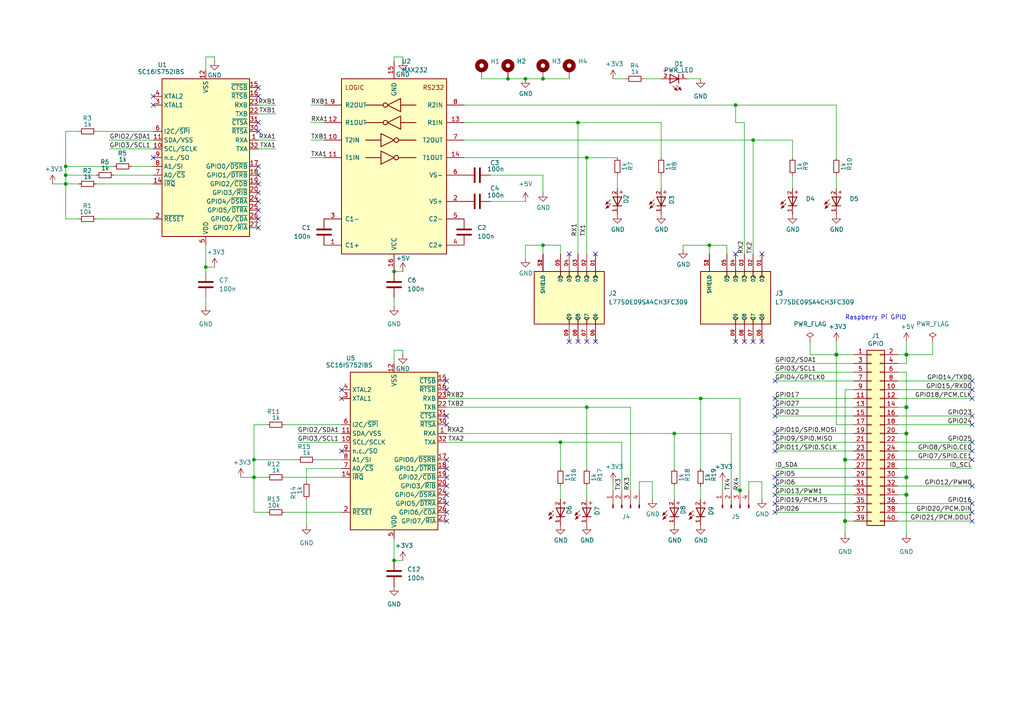
<source format=kicad_sch>
(kicad_sch (version 20250114) (generator "eeschema") (generator_version "9.0")
  (paper "A4")
  (title_block (title "Alex Harris Senior Capstone") (date "2025-02-23") (rev "3") (company "University of Utah"))
  (text "Raspberry Pi GPIO\n" (at 254 92.202 0) (effects (font (size 1.27 1.27))))
  (junction (at 205.74 71.12))
  (junction (at 19.05 50.8))
  (junction (at 262.89 102.87) (diameter 1.016))
  (junction (at 262.89 118.11) (diameter 1.016))
  (junction (at 214.63 142.24))
  (junction (at 218.44 40.64))
  (junction (at 73.66 138.43))
  (junction (at 19.05 53.34))
  (junction (at 59.69 77.47))
  (junction (at 170.18 118.11))
  (junction (at 114.3 78.74))
  (junction (at 170.18 45.72))
  (junction (at 114.3 162.56))
  (junction (at 213.36 30.48))
  (junction (at 245.11 151.13) (diameter 1.016))
  (junction (at 167.64 35.56))
  (junction (at 245.11 133.35) (diameter 1.016))
  (junction (at 262.89 143.51) (diameter 1.016))
  (junction (at 152.4 22.86))
  (junction (at 203.2 115.57))
  (junction (at 73.66 133.35))
  (junction (at 262.89 138.43) (diameter 1.016))
  (junction (at 147.32 22.86))
  (junction (at 157.48 22.86))
  (junction (at 195.58 125.73))
  (junction (at 262.89 125.73) (diameter 1.016))
  (junction (at 19.05 48.26))
  (junction (at 162.56 128.27))
  (junction (at 242.57 102.87) (diameter 1.016))
  (junction (at 157.48 71.12))
  (no_connect (at 220.98 99.06))
  (no_connect (at 281.94 120.65))
  (no_connect (at 99.06 130.81))
  (no_connect (at 74.93 48.26))
  (no_connect (at 44.45 45.72))
  (no_connect (at 99.06 113.03))
  (no_connect (at 281.94 130.81))
  (no_connect (at 281.94 151.13))
  (no_connect (at 281.94 146.05))
  (no_connect (at 74.93 27.94))
  (no_connect (at 215.9 99.06))
  (no_connect (at 129.54 123.19))
  (no_connect (at 129.54 140.97))
  (no_connect (at 74.93 38.1))
  (no_connect (at 165.1 73.66))
  (no_connect (at 213.36 99.06))
  (no_connect (at 224.79 130.81))
  (no_connect (at 74.93 25.4))
  (no_connect (at 74.93 66.04))
  (no_connect (at 170.18 99.06))
  (no_connect (at 281.94 128.27))
  (no_connect (at 281.94 113.03))
  (no_connect (at 44.45 30.48))
  (no_connect (at 281.94 148.59))
  (no_connect (at 129.54 113.03))
  (no_connect (at 281.94 123.19))
  (no_connect (at 224.79 128.27))
  (no_connect (at 129.54 110.49))
  (no_connect (at 224.79 120.65))
  (no_connect (at 224.79 140.97))
  (no_connect (at 224.79 138.43))
  (no_connect (at 129.54 135.89))
  (no_connect (at 224.79 110.49))
  (no_connect (at 74.93 60.96))
  (no_connect (at 129.54 138.43))
  (no_connect (at 224.79 115.57))
  (no_connect (at 74.93 50.8))
  (no_connect (at 213.36 73.66))
  (no_connect (at 129.54 120.65))
  (no_connect (at 74.93 55.88))
  (no_connect (at 281.94 140.97))
  (no_connect (at 281.94 115.57))
  (no_connect (at 129.54 133.35))
  (no_connect (at 44.45 27.94))
  (no_connect (at 129.54 148.59))
  (no_connect (at 129.54 151.13))
  (no_connect (at 74.93 63.5))
  (no_connect (at 224.79 146.05))
  (no_connect (at 218.44 99.06))
  (no_connect (at 224.79 143.51))
  (no_connect (at 74.93 35.56))
  (no_connect (at 165.1 99.06))
  (no_connect (at 220.98 73.66))
  (no_connect (at 172.72 73.66))
  (no_connect (at 224.79 118.11))
  (no_connect (at 99.06 115.57))
  (no_connect (at 224.79 125.73))
  (no_connect (at 167.64 99.06))
  (no_connect (at 281.94 110.49))
  (no_connect (at 224.79 148.59))
  (no_connect (at 129.54 143.51))
  (no_connect (at 129.54 146.05))
  (no_connect (at 281.94 133.35))
  (no_connect (at 172.72 99.06))
  (no_connect (at 74.93 58.42))
  (no_connect (at 74.93 53.34))
  (wire (pts (xy 245.11 133.35) (xy 245.11 151.13)))
  (wire (pts (xy 260.35 133.35) (xy 281.94 133.35)))
  (wire (pts (xy 86.36 128.27) (xy 99.06 128.27)))
  (wire (pts (xy 19.05 63.5) (xy 22.86 63.5)))
  (wire (pts (xy 247.65 115.57) (xy 224.79 115.57)))
  (wire (pts (xy 114.3 101.6) (xy 116.84 101.6)))
  (wire (pts (xy 262.89 107.95) (xy 262.89 118.11)))
  (wire (pts (xy 262.89 125.73) (xy 260.35 125.73)))
  (wire (pts (xy 185.42 139.7) (xy 185.42 142.24)))
  (wire (pts (xy 73.66 138.43) (xy 77.47 138.43)))
  (wire (pts (xy 134.62 35.56) (xy 167.64 35.56)))
  (wire (pts (xy 214.63 142.24) (xy 213.36 142.24)))
  (wire (pts (xy 114.3 17.78) (xy 114.3 16.51)))
  (wire (pts (xy 262.89 138.43) (xy 262.89 143.51)))
  (wire (pts (xy 209.55 139.7) (xy 209.55 142.24)))
  (wire (pts (xy 177.8 139.7) (xy 177.8 142.24)))
  (wire (pts (xy 195.58 140.97) (xy 195.58 144.78)))
  (wire (pts (xy 88.9 144.78) (xy 88.9 152.4)))
  (wire (pts (xy 139.7 22.86) (xy 147.32 22.86)))
  (wire (pts (xy 205.74 71.12) (xy 210.82 71.12)))
  (wire (pts (xy 74.93 33.02) (xy 80.01 33.02)))
  (wire (pts (xy 19.05 53.34) (xy 19.05 50.8)))
  (wire (pts (xy 262.89 125.73) (xy 262.89 138.43)))
  (wire (pts (xy 203.2 140.97) (xy 203.2 144.78)))
  (wire (pts (xy 260.35 110.49) (xy 281.94 110.49)))
  (wire (pts (xy 59.69 20.32) (xy 59.69 16.51)))
  (wire (pts (xy 185.42 139.7) (xy 189.23 139.7)))
  (wire (pts (xy 82.55 123.19) (xy 99.06 123.19)))
  (wire (pts (xy 245.11 113.03) (xy 245.11 133.35)))
  (wire (pts (xy 212.09 125.73) (xy 212.09 142.24)))
  (wire (pts (xy 114.3 78.74) (xy 116.84 78.74)))
  (wire (pts (xy 162.56 140.97) (xy 162.56 144.78)))
  (wire (pts (xy 31.75 40.64) (xy 44.45 40.64)))
  (wire (pts (xy 198.12 71.12) (xy 205.74 71.12)))
  (wire (pts (xy 245.11 113.03) (xy 247.65 113.03)))
  (wire (pts (xy 260.35 130.81) (xy 281.94 130.81)))
  (wire (pts (xy 19.05 48.26) (xy 19.05 38.1)))
  (wire (pts (xy 247.65 135.89) (xy 224.79 135.89)))
  (wire (pts (xy 73.66 123.19) (xy 77.47 123.19)))
  (wire (pts (xy 73.66 133.35) (xy 73.66 123.19)))
  (wire (pts (xy 224.79 138.43) (xy 247.65 138.43)))
  (wire (pts (xy 205.74 71.12) (xy 205.74 73.66)))
  (wire (pts (xy 82.55 138.43) (xy 99.06 138.43)))
  (wire (pts (xy 198.12 71.12) (xy 198.12 72.39)))
  (wire (pts (xy 90.17 35.56) (xy 93.98 35.56)))
  (wire (pts (xy 245.11 133.35) (xy 247.65 133.35)))
  (wire (pts (xy 199.39 22.86) (xy 203.2 22.86)))
  (wire (pts (xy 213.36 30.48) (xy 242.57 30.48)))
  (wire (pts (xy 38.1 48.26) (xy 44.45 48.26)))
  (wire (pts (xy 88.9 135.89) (xy 99.06 135.89)))
  (wire (pts (xy 90.17 30.48) (xy 93.98 30.48)))
  (wire (pts (xy 260.35 120.65) (xy 281.94 120.65)))
  (wire (pts (xy 27.94 38.1) (xy 44.45 38.1)))
  (wire (pts (xy 157.48 71.12) (xy 157.48 73.66)))
  (wire (pts (xy 59.69 16.51) (xy 62.23 16.51)))
  (wire (pts (xy 167.64 35.56) (xy 167.64 73.66)))
  (wire (pts (xy 191.77 35.56) (xy 191.77 45.72)))
  (wire (pts (xy 260.35 151.13) (xy 281.94 151.13)))
  (wire (pts (xy 245.11 151.13) (xy 245.11 154.94)))
  (wire (pts (xy 224.79 118.11) (xy 247.65 118.11)))
  (wire (pts (xy 242.57 99.06) (xy 242.57 102.87)))
  (wire (pts (xy 114.3 16.51) (xy 116.84 16.51)))
  (wire (pts (xy 114.3 105.41) (xy 114.3 101.6)))
  (wire (pts (xy 19.05 50.8) (xy 27.94 50.8)))
  (wire (pts (xy 217.17 139.7) (xy 220.98 139.7)))
  (wire (pts (xy 90.17 45.72) (xy 93.98 45.72)))
  (wire (pts (xy 203.2 115.57) (xy 214.63 115.57)))
  (wire (pts (xy 162.56 128.27) (xy 162.56 135.89)))
  (wire (pts (xy 262.89 143.51) (xy 260.35 143.51)))
  (wire (pts (xy 262.89 102.87) (xy 270.51 102.87)))
  (wire (pts (xy 134.62 30.48) (xy 213.36 30.48)))
  (wire (pts (xy 224.79 107.95) (xy 247.65 107.95)))
  (wire (pts (xy 180.34 128.27) (xy 180.34 142.24)))
  (wire (pts (xy 162.56 128.27) (xy 180.34 128.27)))
  (wire (pts (xy 82.55 148.59) (xy 99.06 148.59)))
  (wire (pts (xy 242.57 30.48) (xy 242.57 45.72)))
  (wire (pts (xy 217.17 139.7) (xy 217.17 142.24)))
  (wire (pts (xy 191.77 50.8) (xy 191.77 54.61)))
  (wire (pts (xy 224.79 130.81) (xy 247.65 130.81)))
  (wire (pts (xy 234.95 99.06) (xy 234.95 102.87)))
  (wire (pts (xy 170.18 45.72) (xy 170.18 73.66)))
  (wire (pts (xy 167.64 35.56) (xy 191.77 35.56)))
  (wire (pts (xy 242.57 123.19) (xy 247.65 123.19)))
  (wire (pts (xy 270.51 102.87) (xy 270.51 99.06)))
  (wire (pts (xy 19.05 63.5) (xy 19.05 53.34)))
  (wire (pts (xy 74.93 43.18) (xy 80.01 43.18)))
  (wire (pts (xy 19.05 53.34) (xy 22.86 53.34)))
  (wire (pts (xy 59.69 78.74) (xy 59.69 77.47)))
  (wire (pts (xy 247.65 105.41) (xy 224.79 105.41)))
  (wire (pts (xy 170.18 140.97) (xy 170.18 144.78)))
  (wire (pts (xy 262.89 102.87) (xy 262.89 105.41)))
  (wire (pts (xy 203.2 115.57) (xy 203.2 135.89)))
  (wire (pts (xy 214.63 115.57) (xy 214.63 142.24)))
  (wire (pts (xy 262.89 118.11) (xy 262.89 125.73)))
  (wire (pts (xy 218.44 40.64) (xy 229.87 40.64)))
  (wire (pts (xy 73.66 133.35) (xy 86.36 133.35)))
  (wire (pts (xy 260.35 115.57) (xy 281.94 115.57)))
  (wire (pts (xy 229.87 40.64) (xy 229.87 45.72)))
  (wire (pts (xy 262.89 118.11) (xy 260.35 118.11)))
  (wire (pts (xy 86.36 125.73) (xy 99.06 125.73)))
  (wire (pts (xy 215.9 35.56) (xy 213.36 35.56)))
  (wire (pts (xy 134.62 45.72) (xy 170.18 45.72)))
  (wire (pts (xy 262.89 99.06) (xy 262.89 102.87)))
  (wire (pts (xy 220.98 139.7) (xy 220.98 144.78)))
  (wire (pts (xy 157.48 50.8) (xy 142.24 50.8)))
  (wire (pts (xy 114.3 86.36) (xy 114.3 88.9)))
  (wire (pts (xy 224.79 110.49) (xy 247.65 110.49)))
  (wire (pts (xy 186.69 22.86) (xy 191.77 22.86)))
  (wire (pts (xy 147.32 22.86) (xy 152.4 22.86)))
  (wire (pts (xy 262.89 102.87) (xy 260.35 102.87)))
  (wire (pts (xy 242.57 102.87) (xy 242.57 123.19)))
  (wire (pts (xy 260.35 123.19) (xy 281.94 123.19)))
  (wire (pts (xy 114.3 156.21) (xy 114.3 162.56)))
  (wire (pts (xy 260.35 113.03) (xy 281.94 113.03)))
  (wire (pts (xy 59.69 86.36) (xy 59.69 88.9)))
  (wire (pts (xy 195.58 125.73) (xy 212.09 125.73)))
  (wire (pts (xy 234.95 102.87) (xy 242.57 102.87)))
  (wire (pts (xy 218.44 40.64) (xy 218.44 73.66)))
  (wire (pts (xy 229.87 50.8) (xy 229.87 54.61)))
  (wire (pts (xy 242.57 50.8) (xy 242.57 54.61)))
  (wire (pts (xy 170.18 118.11) (xy 170.18 135.89)))
  (wire (pts (xy 224.79 120.65) (xy 247.65 120.65)))
  (wire (pts (xy 224.79 128.27) (xy 247.65 128.27)))
  (wire (pts (xy 152.4 71.12) (xy 157.48 71.12)))
  (wire (pts (xy 19.05 50.8) (xy 19.05 48.26)))
  (wire (pts (xy 215.9 35.56) (xy 215.9 73.66)))
  (wire (pts (xy 162.56 71.12) (xy 162.56 73.66)))
  (wire (pts (xy 177.8 22.86) (xy 181.61 22.86)))
  (wire (pts (xy 19.05 38.1) (xy 22.86 38.1)))
  (wire (pts (xy 129.54 125.73) (xy 195.58 125.73)))
  (wire (pts (xy 170.18 118.11) (xy 182.88 118.11)))
  (wire (pts (xy 224.79 140.97) (xy 247.65 140.97)))
  (wire (pts (xy 27.94 53.34) (xy 44.45 53.34)))
  (wire (pts (xy 262.89 105.41) (xy 260.35 105.41)))
  (wire (pts (xy 116.84 16.51) (xy 116.84 17.78)))
  (wire (pts (xy 69.85 138.43) (xy 73.66 138.43)))
  (wire (pts (xy 224.79 146.05) (xy 247.65 146.05)))
  (wire (pts (xy 213.36 35.56) (xy 213.36 30.48)))
  (wire (pts (xy 157.48 22.86) (xy 165.1 22.86)))
  (wire (pts (xy 129.54 118.11) (xy 170.18 118.11)))
  (wire (pts (xy 33.02 50.8) (xy 44.45 50.8)))
  (wire (pts (xy 88.9 139.7) (xy 88.9 135.89)))
  (wire (pts (xy 260.35 146.05) (xy 281.94 146.05)))
  (wire (pts (xy 195.58 125.73) (xy 195.58 135.89)))
  (wire (pts (xy 116.84 162.56) (xy 114.3 162.56)))
  (wire (pts (xy 260.35 140.97) (xy 281.94 140.97)))
  (wire (pts (xy 245.11 151.13) (xy 247.65 151.13)))
  (wire (pts (xy 73.66 148.59) (xy 77.47 148.59)))
  (wire (pts (xy 260.35 148.59) (xy 281.94 148.59)))
  (wire (pts (xy 210.82 71.12) (xy 210.82 73.66)))
  (wire (pts (xy 262.89 107.95) (xy 260.35 107.95)))
  (wire (pts (xy 129.54 115.57) (xy 203.2 115.57)))
  (wire (pts (xy 116.84 101.6) (xy 116.84 102.87)))
  (wire (pts (xy 73.66 133.35) (xy 73.66 138.43)))
  (wire (pts (xy 224.79 148.59) (xy 247.65 148.59)))
  (wire (pts (xy 62.23 77.47) (xy 59.69 77.47)))
  (wire (pts (xy 19.05 48.26) (xy 33.02 48.26)))
  (wire (pts (xy 27.94 63.5) (xy 44.45 63.5)))
  (wire (pts (xy 90.17 40.64) (xy 93.98 40.64)))
  (wire (pts (xy 129.54 128.27) (xy 162.56 128.27)))
  (wire (pts (xy 142.24 58.42) (xy 152.4 58.42)))
  (wire (pts (xy 189.23 139.7) (xy 189.23 144.78)))
  (wire (pts (xy 157.48 55.88) (xy 157.48 50.8)))
  (wire (pts (xy 157.48 71.12) (xy 162.56 71.12)))
  (wire (pts (xy 91.44 133.35) (xy 99.06 133.35)))
  (wire (pts (xy 31.75 43.18) (xy 44.45 43.18)))
  (wire (pts (xy 134.62 40.64) (xy 218.44 40.64)))
  (wire (pts (xy 170.18 45.72) (xy 179.07 45.72)))
  (wire (pts (xy 262.89 143.51) (xy 262.89 154.94)))
  (wire (pts (xy 260.35 128.27) (xy 281.94 128.27)))
  (wire (pts (xy 247.65 143.51) (xy 224.79 143.51)))
  (wire (pts (xy 182.88 118.11) (xy 182.88 142.24)))
  (wire (pts (xy 152.4 22.86) (xy 157.48 22.86)))
  (wire (pts (xy 74.93 40.64) (xy 80.01 40.64)))
  (wire (pts (xy 59.69 71.12) (xy 59.69 77.47)))
  (wire (pts (xy 262.89 138.43) (xy 260.35 138.43)))
  (wire (pts (xy 179.07 50.8) (xy 179.07 54.61)))
  (wire (pts (xy 152.4 71.12) (xy 152.4 74.93)))
  (wire (pts (xy 242.57 102.87) (xy 247.65 102.87)))
  (wire (pts (xy 74.93 30.48) (xy 80.01 30.48)))
  (wire (pts (xy 62.23 16.51) (xy 62.23 17.78)))
  (wire (pts (xy 15.24 53.34) (xy 19.05 53.34)))
  (wire (pts (xy 73.66 148.59) (xy 73.66 138.43)))
  (wire (pts (xy 247.65 125.73) (xy 224.79 125.73)))
  (wire (pts (xy 260.35 135.89) (xy 281.94 135.89)))
  (label "RX4" (at 214.63 142.24 90))
  (label "ID_SDA" (at 224.79 135.89 0))
  (label "GPIO2{slash}SDA1" (at 31.75 40.64 0))
  (label "GPIO6" (at 224.79 140.97 0))
  (label "TXB1" (at 90.17 40.64 0))
  (label "TX3" (at 180.34 142.24 90))
  (label "ID_SCL" (at 281.94 135.89 180))
  (label "GPIO5" (at 224.79 138.43 0))
  (label "GPIO3{slash}SCL1" (at 31.75 43.18 0))
  (label "TX4" (at 212.09 142.24 90))
  (label "GPIO21{slash}PCM.DOUT" (at 281.94 151.13 180))
  (label "GPIO19{slash}PCM.FS" (at 224.79 146.05 0))
  (label "GPIO10{slash}SPI0.MOSI" (at 224.79 125.73 0))
  (label "GPIO9{slash}SPI0.MISO" (at 224.79 128.27 0))
  (label "GPIO23" (at 281.94 120.65 180))
  (label "RXA1" (at 80.01 40.64 180))
  (label "GPIO4{slash}GPCLK0" (at 224.79 110.49 0))
  (label "GPIO27" (at 224.79 118.11 0))
  (label "GPIO26" (at 224.79 148.59 0))
  (label "TXA1" (at 80.01 43.18 180))
  (label "GPIO14{slash}TXD0" (at 281.94 110.49 180))
  (label "GPIO2{slash}SDA1" (at 86.36 125.73 0))
  (label "GPIO8{slash}SPI0.CE0" (at 281.94 130.81 180))
  (label "GPIO15{slash}RXD0" (at 281.94 113.03 180))
  (label "RX2" (at 215.9 73.66 90))
  (label "GPIO16" (at 281.94 146.05 180))
  (label "RXA2" (at 134.62 125.73 180))
  (label "RXA1" (at 90.17 35.56 0))
  (label "RXB2" (at 134.62 115.57 180))
  (label "GPIO22" (at 224.79 120.65 0))
  (label "GPIO2{slash}SDA1" (at 224.79 105.41 0))
  (label "GPIO17" (at 224.79 115.57 0))
  (label "TXB1" (at 80.01 33.02 180))
  (label "GPIO3{slash}SCL1" (at 86.36 128.27 0))
  (label "GPIO25" (at 281.94 128.27 180))
  (label "RXB1" (at 90.17 30.48 0))
  (label "GPIO3{slash}SCL1" (at 224.79 107.95 0))
  (label "GPIO18{slash}PCM.CLK" (at 281.94 115.57 180))
  (label "GPIO12{slash}PWM0" (at 281.94 140.97 180))
  (label "RX3" (at 182.88 142.24 90))
  (label "GPIO13{slash}PWM1" (at 224.79 143.51 0))
  (label "GPIO20{slash}PCM.DIN" (at 281.94 148.59 180))
  (label "GPIO24" (at 281.94 123.19 180))
  (label "TX2" (at 218.44 73.66 90))
  (label "GPIO7{slash}SPI0.CE1" (at 281.94 133.35 180))
  (label "RX1" (at 167.64 68.58 90))
  (label "RXB1" (at 80.01 30.48 180))
  (label "TXA1" (at 90.17 45.72 0))
  (label "TXB2" (at 134.62 118.11 180))
  (label "TXA2" (at 134.62 128.27 180))
  (label "GPIO11{slash}SPI0.SCLK" (at 224.79 130.81 0))
  (label "TX1" (at 170.18 68.58 90))
  (symbol (lib_name "+5V_1") (lib_id "power:+5V") (at 262.89 99.06 0) (unit 1)
    (property "Reference" "#PWR01" (effects (hide yes)))
    (property "Value" "+5V" (at 263.2583 94.7356 0))
  )
  (symbol (lib_id "power:+3.3V") (at 242.57 99.06 0) (unit 1)
    (property "Reference" "#PWR04" (effects (hide yes)))
    (property "Value" "+3V3" (at 242.9383 94.7356 0))
  )
  (symbol (lib_id "Connector_Generic:Conn_02x20_Odd_Even") (at 252.73 125.73 0) (unit 1)
    (property "Reference" "J1" (at 254 97.3898 0))
    (property "Value" "GPIO" (at 254 99.695 0))
    (property "Footprint" "Connector_PinSocket_2.54mm:PinSocket_2x20_P2.54mm_Vertical" (effects (hide yes)))
  )
  (symbol (lib_id "power:GND") (at 198.12 72.39 0) (unit 1)
    (property "Reference" "#PWR06" (effects (hide yes)))
    (property "Value" "GND" (at 198.2343 76.7144 0))
  )
  (symbol (lib_id "Device:C") (at 93.98 67.31 0) (mirror y) (unit 1)
    (property "Reference" "C1" (at 90.17 66.0399 0) (effects (justify left)))
    (property "Value" "100n" (at 90.17 68.5799 0) (effects (justify left)))
    (property "Footprint" "Capacitor_SMD:C_0805_2012Metric" (effects (hide yes)))
    (property "Description" "Unpolarized capacitor" (effects (hide yes)))
  )
  (symbol (lib_id "Device:R_Small") (at 30.48 50.8 90) (unit 1)
    (property "Reference" "R6" (at 31.75 46.99 90) (effects (justify left)))
    (property "Value" "1k" (at 31.75 48.768 90) (effects (justify left)))
    (property "Footprint" "Resistor_SMD:R_0805_2012Metric_Pad1.20x1.40mm_HandSolder" (effects (hide yes)))
  )
  (symbol (lib_id "Device:R_Small") (at 88.9 133.35 90) (unit 1)
    (property "Reference" "R15" (at 90.17 129.54 90) (effects (justify left)))
    (property "Value" "1k" (at 90.17 131.318 90) (effects (justify left)))
    (property "Footprint" "Resistor_SMD:R_0805_2012Metric_Pad1.20x1.40mm_HandSolder" (effects (hide yes)))
  )
  (symbol (lib_id "Device:R_Small") (at 25.4 38.1 90) (unit 1)
    (property "Reference" "R3" (at 26.67 34.29 90) (effects (justify left)))
    (property "Value" "1k" (at 26.67 36.068 90) (effects (justify left)))
    (property "Footprint" "Resistor_SMD:R_0805_2012Metric_Pad1.20x1.40mm_HandSolder" (effects (hide yes)))
  )
  (symbol (lib_id "power:+3.3V") (at 15.24 53.34 0) (unit 1)
    (property "Reference" "#PWR012" (effects (hide yes)))
    (property "Value" "+3V3" (at 15.6083 49.0156 0))
  )
  (symbol (lib_id "power:+5V") (at 152.4 58.42 0) (unit 1)
    (property "Reference" "#PWR09" (effects (hide yes)))
    (property "Value" "+5V" (at 152.4 53.34 0))
    (property "Description" "Power symbol creates a global label with name \"+5V\"" (effects (hide yes)))
  )
  (symbol (lib_id "power:GND") (at 162.56 152.4 0) (unit 1)
    (property "Reference" "#PWR037" (effects (hide yes)))
    (property "Value" "GND" (at 162.6743 156.7244 0))
  )
  (symbol (lib_id "Device:C") (at 114.3 82.55 0) (unit 1)
    (property "Reference" "C6" (at 118.11 81.2799 0) (effects (justify left)))
    (property "Value" "100n" (at 118.11 83.8199 0) (effects (justify left)))
    (property "Footprint" "Capacitor_SMD:C_0805_2012Metric" (effects (hide yes)))
    (property "Description" "Unpolarized capacitor" (effects (hide yes)))
  )
  (symbol (lib_id "L77SDE09SA4CH3FC309:L77SDE09SA4CH3FC309") (at 213.36 86.36 270) (unit 1)
    (property "Reference" "J3" (at 224.79 85.0899 90) (effects (justify left)))
    (property "Value" "L77SDE09SA4CH3FC309" (at 224.79 87.6299 90) (effects (justify left)))
    (property "Footprint" "L77SDE09SA4CH3FC309:AMPHENOL_L77SDE09SA4CH3FC309" (effects (hide yes)))
    (property "MF" "Amphenol ICC (Commercial Products)" (effects (hide yes)))
    (property "MAXIMUM_PACKAGE_HEIGHT" "12.55mm" (effects (hide yes)))
    (property "Package" "None" (effects (hide yes)))
    (property "Price" "None" (effects (hide yes)))
    (property "Check_prices" "https://www.snapeda.com/parts/L77SDE09SA4CH3FC309/Amphenol/view-part/?ref=eda" (effects (hide yes)))
    (property "STANDARD" "Manufacturer Recommendations" (effects (hide yes)))
    (property "PARTREV" "1" (effects (hide yes)))
    (property "SnapEDA_Link" "https://www.snapeda.com/parts/L77SDE09SA4CH3FC309/Amphenol/view-part/?ref=snap" (effects (hide yes)))
    (property "MP" "L77SDE09SA4CH3FC309" (effects (hide yes)))
    (property "Description_1" "\n                        \n                            Dsub, Stamped Signal 3A, Right Angle PCB Through Hole, FP=8.08mm (0.318in), Row Pitch 2.84mm, 09 Socket, 0.76m (30in) Gold, Bright Tin Shell, M3 Front Screwlock, Ground Tab with Boardlock\n                        \n" (effects (hide yes)))
    (property "Availability" "In Stock" (effects (hide yes)))
    (property "MANUFACTURER" "Amphenol" (effects (hide yes)))
  )
  (symbol (lib_id "Device:C") (at 138.43 50.8 90) (unit 1)
    (property "Reference" "C3" (at 143.51 47.244 90))
    (property "Value" "100n" (at 143.764 49.022 90))
    (property "Footprint" "Capacitor_SMD:C_0805_2012Metric" (effects (hide yes)))
    (property "Description" "Unpolarized capacitor" (effects (hide yes)))
  )
  (symbol (lib_id "power:GND") (at 189.23 144.78 0) (unit 1)
    (property "Reference" "#PWR026" (effects (hide yes)))
    (property "Value" "GND" (at 189.3443 149.1044 0))
  )
  (symbol (lib_id "Mechanical:MountingHole_Pad") (at 139.7 20.32 0) (unit 1) (in_bom no)
    (property "Reference" "H1" (at 142.24 17.7799 0) (effects (justify left)))
    (property "Value" "MountingHole_Pad" (effects (hide yes)))
    (property "Footprint" "MountingHole:MountingHole_2.2mm_M2_ISO7380_Pad_TopBottom" (effects (hide yes)))
    (property "Description" "Mounting Hole with connection" (effects (hide yes)))
  )
  (symbol (lib_id "power:PWR_FLAG") (at 270.51 99.06 0) (unit 1)
    (property "Reference" "#FLG01" (effects (hide yes)))
    (property "Value" "PWR_FLAG" (at 270.51 93.98 0))
    (property "Description" "Special symbol for telling ERC where power comes from" (effects (hide yes)))
  )
  (symbol (lib_id "power:GND") (at 203.2 152.4 0) (unit 1)
    (property "Reference" "#PWR040" (effects (hide yes)))
    (property "Value" "GND" (at 203.3143 156.7244 0))
  )
  (symbol (lib_id "WL-SMCW_0603:WL-SMCW_0603") (at 191.77 59.69 90) (unit 1)
    (property "Reference" "D3" (at 194.818 56.642 0) (effects (justify right)))
    (property "Value" "WL-SMCW_0603" (effects (hide yes)))
    (property "Footprint" "WL-SMCW_0603:WL-SMCW_0603" (effects (hide yes)))
    (property "MF" "Wurth Elektronik" (effects (hide yes)))
    (property "Description_1" "0603, Bright Green, Typ.(@20mA): 570nm, 40mcd, 2.0V, 140° AlInGaP" (effects (hide yes)))
    (property "Package" "0603 Würth Elektronik" (effects (hide yes)))
    (property "Price" "None" (effects (hide yes)))
    (property "SnapEDA_Link" "https://www.snapeda.com/parts/150060VS75000/Wurth+Electronics/view-part/?ref=snap" (effects (hide yes)))
    (property "MP" "150060VS75000" (effects (hide yes)))
    (property "Availability" "In Stock" (effects (hide yes)))
    (property "Check_prices" "https://www.snapeda.com/parts/150060VS75000/Wurth+Electronics/view-part/?ref=eda" (effects (hide yes)))
  )
  (symbol (lib_id "Mechanical:MountingHole_Pad") (at 157.48 20.32 0) (unit 1) (in_bom no)
    (property "Reference" "H3" (at 160.02 17.7799 0) (effects (justify left)))
    (property "Value" "MountingHole_Pad" (effects (hide yes)))
    (property "Footprint" "MountingHole:MountingHole_2.2mm_M2_ISO7380_Pad_TopBottom" (effects (hide yes)))
    (property "Description" "Mounting Hole with connection" (effects (hide yes)))
  )
  (symbol (lib_id "power:+3.3V") (at 116.84 162.56 0) (unit 1)
    (property "Reference" "#PWR032" (effects (hide yes)))
    (property "Value" "+3V3" (at 117.2083 158.2356 0))
  )
  (symbol (lib_id "Device:R_Small") (at 162.56 138.43 0) (unit 1)
    (property "Reference" "R16" (at 166.37 139.7 90) (effects (justify left)))
    (property "Value" "1k" (at 164.592 139.7 90) (effects (justify left)))
    (property "Footprint" "Resistor_SMD:R_0805_2012Metric_Pad1.20x1.40mm_HandSolder" (effects (hide yes)))
  )
  (symbol (lib_id "Device:R_Small") (at 35.56 48.26 90) (unit 1)
    (property "Reference" "R5" (at 36.83 44.45 90) (effects (justify left)))
    (property "Value" "1k" (at 36.83 46.228 90) (effects (justify left)))
    (property "Footprint" "Resistor_SMD:R_0805_2012Metric_Pad1.20x1.40mm_HandSolder" (effects (hide yes)))
  )
  (symbol (lib_id "Device:R_Small") (at 80.01 148.59 90) (unit 1)
    (property "Reference" "R13" (at 81.28 144.78 90) (effects (justify left)))
    (property "Value" "10k" (at 81.28 146.558 90) (effects (justify left)))
    (property "Footprint" "Resistor_SMD:R_0805_2012Metric_Pad1.20x1.40mm_HandSolder" (effects (hide yes)))
  )
  (symbol (lib_name "GND_1") (lib_id "power:GND") (at 245.11 154.94 0) (unit 1)
    (property "Reference" "#PWR02" (effects (hide yes)))
    (property "Value" "GND" (at 245.11 160.02 0))
    (property "Description" "Power symbol creates a global label with name \"GND\" , ground" (effects (hide yes)))
  )
  (symbol (lib_id "WL-SMCW_0603:WL-SMCW_0603") (at 179.07 59.69 90) (unit 1)
    (property "Reference" "D2" (at 181.61 56.388 0) (effects (justify right)))
    (property "Value" "WL-SMCW_0603" (effects (hide yes)))
    (property "Footprint" "WL-SMCW_0603:WL-SMCW_0603" (effects (hide yes)))
    (property "MF" "Wurth Elektronik" (effects (hide yes)))
    (property "Description_1" "0603, Bright Green, Typ.(@20mA): 570nm, 40mcd, 2.0V, 140° AlInGaP" (effects (hide yes)))
    (property "Package" "0603 Würth Elektronik" (effects (hide yes)))
    (property "Price" "None" (effects (hide yes)))
    (property "SnapEDA_Link" "https://www.snapeda.com/parts/150060VS75000/Wurth+Electronics/view-part/?ref=snap" (effects (hide yes)))
    (property "MP" "150060VS75000" (effects (hide yes)))
    (property "Availability" "In Stock" (effects (hide yes)))
    (property "Check_prices" "https://www.snapeda.com/parts/150060VS75000/Wurth+Electronics/view-part/?ref=eda" (effects (hide yes)))
  )
  (symbol (lib_id "Mechanical:MountingHole_Pad") (at 165.1 20.32 0) (unit 1) (in_bom no)
    (property "Reference" "H4" (at 167.64 17.7799 0) (effects (justify left)))
    (property "Value" "MountingHole_Pad" (effects (hide yes)))
    (property "Footprint" "MountingHole:MountingHole_2.2mm_M2_ISO7380_Pad_TopBottom" (effects (hide yes)))
    (property "Description" "Mounting Hole with connection" (effects (hide yes)))
  )
  (symbol (lib_id "Device:C") (at 59.69 82.55 0) (unit 1)
    (property "Reference" "C7" (at 63.5 81.2799 0) (effects (justify left)))
    (property "Value" "100n" (at 63.5 83.8199 0) (effects (justify left)))
    (property "Footprint" "Capacitor_SMD:C_0805_2012Metric" (effects (hide yes)))
    (property "Description" "Unpolarized capacitor" (effects (hide yes)))
  )
  (symbol (lib_id "Mechanical:MountingHole_Pad") (at 147.32 20.32 0) (unit 1) (in_bom no)
    (property "Reference" "H2" (at 149.86 17.7799 0) (effects (justify left)))
    (property "Value" "MountingHole_Pad" (effects (hide yes)))
    (property "Footprint" "MountingHole:MountingHole_2.2mm_M2_ISO7380_Pad_TopBottom" (effects (hide yes)))
    (property "Description" "Mounting Hole with connection" (effects (hide yes)))
  )
  (symbol (lib_id "Device:R_Small") (at 88.9 142.24 180) (unit 1)
    (property "Reference" "R14" (at 85.09 140.97 90) (effects (justify left)))
    (property "Value" "1k" (at 86.868 140.97 90) (effects (justify left)))
    (property "Footprint" "Resistor_SMD:R_0805_2012Metric_Pad1.20x1.40mm_HandSolder" (effects (hide yes)))
  )
  (symbol (lib_id "WL-SMCW_0603:WL-SMCW_0603") (at 170.18 149.86 90) (unit 1)
    (property "Reference" "D7" (at 173.228 146.812 0) (effects (justify right)))
    (property "Value" "WL-SMCW_0603" (effects (hide yes)))
    (property "Footprint" "WL-SMCW_0603:WL-SMCW_0603" (effects (hide yes)))
    (property "MF" "Wurth Elektronik" (effects (hide yes)))
    (property "Description_1" "0603, Bright Green, Typ.(@20mA): 570nm, 40mcd, 2.0V, 140° AlInGaP" (effects (hide yes)))
    (property "Package" "0603 Würth Elektronik" (effects (hide yes)))
    (property "Price" "None" (effects (hide yes)))
    (property "SnapEDA_Link" "https://www.snapeda.com/parts/150060VS75000/Wurth+Electronics/view-part/?ref=snap" (effects (hide yes)))
    (property "MP" "150060VS75000" (effects (hide yes)))
    (property "Availability" "In Stock" (effects (hide yes)))
    (property "Check_prices" "https://www.snapeda.com/parts/150060VS75000/Wurth+Electronics/view-part/?ref=eda" (effects (hide yes)))
  )
  (symbol (lib_id "Interface_UART:SC16IS752IBS") (at 59.69 45.72 0) (mirror x) (unit 1)
    (property "Reference" "U1" (at 45.72 18.796 0) (effects (justify left)))
    (property "Value" "SC16IS752IBS" (at 39.878 20.828 0) (effects (justify left)))
    (property "Footprint" "Package_DFN_QFN:VQFN-32-1EP_5x5mm_P0.5mm_EP3.1x3.1mm" (effects (hide yes)))
    (property "Datasheet" "https://www.nxp.com/docs/en/data-sheet/SC16IS752_SC16IS762.pdf" (effects (hide yes)))
    (property "Description" "Dual UART with I2C/SPI interface, 64 bytes of transmit and receive FIFOs, IrDA SIR built-in support, HVQFN-32" (effects (hide yes)))
  )
  (symbol (lib_name "GND_1") (lib_id "power:GND") (at 262.89 154.94 0) (unit 1)
    (property "Reference" "#PWR03" (effects (hide yes)))
    (property "Value" "GND" (at 262.89 160.02 0))
    (property "Description" "Power symbol creates a global label with name \"GND\" , ground" (effects (hide yes)))
  )
  (symbol (lib_id "power:GND") (at 242.57 62.23 0) (unit 1)
    (property "Reference" "#PWR021" (effects (hide yes)))
    (property "Value" "GND" (at 242.6843 66.5544 0))
  )
  (symbol (lib_name "GND_1") (lib_id "power:GND") (at 114.3 88.9 0) (unit 1)
    (property "Reference" "#PWR018" (effects (hide yes)))
    (property "Value" "GND" (at 114.3 93.98 0))
    (property "Description" "Power symbol creates a global label with name \"GND\" , ground" (effects (hide yes)))
  )
  (symbol (lib_id "power:GND") (at 179.07 62.23 0) (unit 1)
    (property "Reference" "#PWR013" (effects (hide yes)))
    (property "Value" "GND" (at 179.1843 66.5544 0))
  )
  (symbol (lib_id "WL-SMCW_0603:WL-SMCW_0603") (at 203.2 149.86 90) (unit 1)
    (property "Reference" "D9" (at 206.248 146.812 0) (effects (justify right)))
    (property "Value" "WL-SMCW_0603" (effects (hide yes)))
    (property "Footprint" "WL-SMCW_0603:WL-SMCW_0603" (effects (hide yes)))
    (property "MF" "Wurth Elektronik" (effects (hide yes)))
    (property "Description_1" "0603, Bright Green, Typ.(@20mA): 570nm, 40mcd, 2.0V, 140° AlInGaP" (effects (hide yes)))
    (property "Package" "0603 Würth Elektronik" (effects (hide yes)))
    (property "Price" "None" (effects (hide yes)))
    (property "SnapEDA_Link" "https://www.snapeda.com/parts/150060VS75000/Wurth+Electronics/view-part/?ref=snap" (effects (hide yes)))
    (property "MP" "150060VS75000" (effects (hide yes)))
    (property "Availability" "In Stock" (effects (hide yes)))
    (property "Check_prices" "https://www.snapeda.com/parts/150060VS75000/Wurth+Electronics/view-part/?ref=eda" (effects (hide yes)))
  )
  (symbol (lib_id "power:+3.3V") (at 69.85 138.43 0) (unit 1)
    (property "Reference" "#PWR033" (effects (hide yes)))
    (property "Value" "+3V3" (at 70.2183 134.1056 0))
  )
  (symbol (lib_id "Device:C") (at 138.43 58.42 90) (unit 1)
    (property "Reference" "C4" (at 143.51 54.61 90))
    (property "Value" "100n" (at 143.764 56.642 90))
    (property "Footprint" "Capacitor_SMD:C_0805_2012Metric" (effects (hide yes)))
    (property "Description" "Unpolarized capacitor" (effects (hide yes)))
  )
  (symbol (lib_id "WL-SMCW_0603:WL-SMCW_0603") (at 196.85 22.86 180) (unit 1)
    (property "Reference" "D1" (at 195.58 18.542 0) (effects (justify right)))
    (property "Value" "PWR_LED" (at 192.532 20.32 0) (effects (justify right)))
    (property "Footprint" "WL-SMCW_0603:WL-SMCW_0603" (effects (hide yes)))
    (property "Description" "PWR_LED" (effects (hide yes)))
    (property "MF" "Wurth Elektronik" (effects (hide yes)))
    (property "Description_1" "0603, Bright Green, Typ.(@20mA): 570nm, 40mcd, 2.0V, 140° AlInGaP" (effects (hide yes)))
    (property "Package" "0603 Würth Elektronik" (effects (hide yes)))
    (property "Price" "None" (effects (hide yes)))
    (property "SnapEDA_Link" "https://www.snapeda.com/parts/150060VS75000/Wurth+Electronics/view-part/?ref=snap" (effects (hide yes)))
    (property "MP" "150060VS75000" (effects (hide yes)))
    (property "Availability" "In Stock" (effects (hide yes)))
    (property "Check_prices" "https://www.snapeda.com/parts/150060VS75000/Wurth+Electronics/view-part/?ref=eda" (effects (hide yes)))
  )
  (symbol (lib_id "Device:R_Small") (at 25.4 63.5 90) (unit 1)
    (property "Reference" "R1" (at 26.67 59.69 90) (effects (justify left)))
    (property "Value" "10k" (at 26.67 61.468 90) (effects (justify left)))
    (property "Footprint" "Resistor_SMD:R_0805_2012Metric_Pad1.20x1.40mm_HandSolder" (effects (hide yes)))
  )
  (symbol (lib_id "WL-SMCW_0603:WL-SMCW_0603") (at 229.87 59.69 90) (unit 1)
    (property "Reference" "D4" (at 233.68 57.6716 90) (effects (justify right)))
    (property "Value" "WL-SMCW_0603" (effects (hide yes)))
    (property "Footprint" "WL-SMCW_0603:WL-SMCW_0603" (effects (hide yes)))
    (property "MF" "Wurth Elektronik" (effects (hide yes)))
    (property "Description_1" "0603, Bright Green, Typ.(@20mA): 570nm, 40mcd, 2.0V, 140° AlInGaP" (effects (hide yes)))
    (property "Package" "0603 Würth Elektronik" (effects (hide yes)))
    (property "Price" "None" (effects (hide yes)))
    (property "SnapEDA_Link" "https://www.snapeda.com/parts/150060VS75000/Wurth+Electronics/view-part/?ref=snap" (effects (hide yes)))
    (property "MP" "150060VS75000" (effects (hide yes)))
    (property "Availability" "In Stock" (effects (hide yes)))
    (property "Check_prices" "https://www.snapeda.com/parts/150060VS75000/Wurth+Electronics/view-part/?ref=eda" (effects (hide yes)))
  )
  (symbol (lib_id "Device:R_Small") (at 242.57 48.26 0) (unit 1)
    (property "Reference" "R10" (at 246.38 49.53 90) (effects (justify left)))
    (property "Value" "1k" (at 244.602 49.53 90) (effects (justify left)))
    (property "Footprint" "Resistor_SMD:R_0805_2012Metric_Pad1.20x1.40mm_HandSolder" (effects (hide yes)))
  )
  (symbol (lib_id "Device:R_Small") (at 25.4 53.34 90) (unit 1)
    (property "Reference" "R2" (at 26.67 49.53 90) (effects (justify left)))
    (property "Value" "1k" (at 26.67 51.308 90) (effects (justify left)))
    (property "Footprint" "Resistor_SMD:R_0805_2012Metric_Pad1.20x1.40mm_HandSolder" (effects (hide yes)))
  )
  (symbol (lib_id "WL-SMCW_0603:WL-SMCW_0603") (at 195.58 149.86 90) (unit 1)
    (property "Reference" "D8" (at 198.12 146.558 0) (effects (justify right)))
    (property "Value" "WL-SMCW_0603" (effects (hide yes)))
    (property "Footprint" "WL-SMCW_0603:WL-SMCW_0603" (effects (hide yes)))
    (property "MF" "Wurth Elektronik" (effects (hide yes)))
    (property "Description_1" "0603, Bright Green, Typ.(@20mA): 570nm, 40mcd, 2.0V, 140° AlInGaP" (effects (hide yes)))
    (property "Package" "0603 Würth Elektronik" (effects (hide yes)))
    (property "Price" "None" (effects (hide yes)))
    (property "SnapEDA_Link" "https://www.snapeda.com/parts/150060VS75000/Wurth+Electronics/view-part/?ref=snap" (effects (hide yes)))
    (property "MP" "150060VS75000" (effects (hide yes)))
    (property "Availability" "In Stock" (effects (hide yes)))
    (property "Check_prices" "https://www.snapeda.com/parts/150060VS75000/Wurth+Electronics/view-part/?ref=eda" (effects (hide yes)))
  )
  (symbol (lib_id "WL-SMCW_0603:WL-SMCW_0603") (at 162.56 149.86 90) (unit 1)
    (property "Reference" "D6" (at 165.1 146.558 0) (effects (justify right)))
    (property "Value" "WL-SMCW_0603" (effects (hide yes)))
    (property "Footprint" "WL-SMCW_0603:WL-SMCW_0603" (effects (hide yes)))
    (property "MF" "Wurth Elektronik" (effects (hide yes)))
    (property "Description_1" "0603, Bright Green, Typ.(@20mA): 570nm, 40mcd, 2.0V, 140° AlInGaP" (effects (hide yes)))
    (property "Package" "0603 Würth Elektronik" (effects (hide yes)))
    (property "Price" "None" (effects (hide yes)))
    (property "SnapEDA_Link" "https://www.snapeda.com/parts/150060VS75000/Wurth+Electronics/view-part/?ref=snap" (effects (hide yes)))
    (property "MP" "150060VS75000" (effects (hide yes)))
    (property "Availability" "In Stock" (effects (hide yes)))
    (property "Check_prices" "https://www.snapeda.com/parts/150060VS75000/Wurth+Electronics/view-part/?ref=eda" (effects (hide yes)))
  )
  (symbol (lib_id "power:+3.3V") (at 62.23 77.47 0) (unit 1)
    (property "Reference" "#PWR014" (effects (hide yes)))
    (property "Value" "+3V3" (at 62.5983 73.1456 0))
  )
  (symbol (lib_id "Device:R_Small") (at 184.15 22.86 90) (unit 1)
    (property "Reference" "R4" (at 185.42 19.05 90) (effects (justify left)))
    (property "Value" "1k" (at 185.42 20.828 90) (effects (justify left)))
    (property "Footprint" "Resistor_SMD:R_0805_2012Metric_Pad1.20x1.40mm_HandSolder" (effects (hide yes)))
  )
  (symbol (lib_name "GND_1") (lib_id "power:GND") (at 62.23 17.78 0) (unit 1)
    (property "Reference" "#PWR019" (effects (hide yes)))
    (property "Value" "GND" (at 62.23 21.844 0))
    (property "Description" "Power symbol creates a global label with name \"GND\" , ground" (effects (hide yes)))
  )
  (symbol (lib_id "power:GND") (at 191.77 62.23 0) (unit 1)
    (property "Reference" "#PWR015" (effects (hide yes)))
    (property "Value" "GND" (at 191.8843 66.5544 0))
  )
  (symbol (lib_id "Device:R_Small") (at 179.07 48.26 0) (unit 1)
    (property "Reference" "R7" (at 182.88 49.53 90) (effects (justify left)))
    (property "Value" "1k" (at 181.102 49.53 90) (effects (justify left)))
    (property "Footprint" "Resistor_SMD:R_0805_2012Metric_Pad1.20x1.40mm_HandSolder" (effects (hide yes)))
  )
  (symbol (lib_id "Device:R_Small") (at 229.87 48.26 0) (unit 1)
    (property "Reference" "R9" (at 233.68 49.53 90) (effects (justify left)))
    (property "Value" "1k" (at 231.902 49.53 90) (effects (justify left)))
    (property "Footprint" "Resistor_SMD:R_0805_2012Metric_Pad1.20x1.40mm_HandSolder" (effects (hide yes)))
  )
  (symbol (lib_name "GND_1") (lib_id "power:GND") (at 203.2 22.86 0) (unit 1)
    (property "Reference" "#PWR017" (effects (hide yes)))
    (property "Value" "GND" (at 203.2 27.94 0))
    (property "Description" "Power symbol creates a global label with name \"GND\" , ground" (effects (hide yes)))
  )
  (symbol (lib_id "Device:C") (at 114.3 166.37 0) (unit 1)
    (property "Reference" "C12" (at 118.11 165.0999 0) (effects (justify left)))
    (property "Value" "100n" (at 118.11 167.6399 0) (effects (justify left)))
    (property "Footprint" "Capacitor_SMD:C_0805_2012Metric" (effects (hide yes)))
    (property "Description" "Unpolarized capacitor" (effects (hide yes)))
  )
  (symbol (lib_id "Device:R_Small") (at 170.18 138.43 0) (unit 1)
    (property "Reference" "R17" (at 173.99 139.7 90) (effects (justify left)))
    (property "Value" "1k" (at 172.212 139.7 90) (effects (justify left)))
    (property "Footprint" "Resistor_SMD:R_0805_2012Metric_Pad1.20x1.40mm_HandSolder" (effects (hide yes)))
  )
  (symbol (lib_id "power:+3.3V") (at 177.8 139.7 0) (unit 1)
    (property "Reference" "#PWR041" (effects (hide yes)))
    (property "Value" "+3V3" (at 178.1683 135.3756 0))
  )
  (symbol (lib_id "power:GND") (at 152.4 22.86 0) (unit 1)
    (property "Reference" "#PWR022" (effects (hide yes)))
    (property "Value" "GND" (at 152.5143 27.1844 0))
  )
  (symbol (lib_id "Device:R_Small") (at 80.01 123.19 90) (unit 1)
    (property "Reference" "R11" (at 81.28 119.38 90) (effects (justify left)))
    (property "Value" "1k" (at 81.28 121.158 90) (effects (justify left)))
    (property "Footprint" "Resistor_SMD:R_0805_2012Metric_Pad1.20x1.40mm_HandSolder" (effects (hide yes)))
  )
  (symbol (lib_id "power:GND") (at 157.48 55.88 0) (unit 1)
    (property "Reference" "#PWR011" (effects (hide yes)))
    (property "Value" "GND" (at 157.5943 60.2044 0))
  )
  (symbol (lib_id "Connector:Conn_01x04_Pin") (at 180.34 147.32 90) (unit 1)
    (property "Reference" "J4" (at 181.61 149.86 90))
    (property "Value" "Conn_01x04_Pin" (effects (hide yes)))
    (property "Footprint" "Connector_PinHeader_2.54mm:PinHeader_1x04_P2.54mm_Vertical" (effects (hide yes)))
    (property "Description" "Generic connector, single row, 01x04, script generated" (effects (hide yes)))
  )
  (symbol (lib_id "power:PWR_FLAG") (at 234.95 99.06 0) (unit 1)
    (property "Reference" "#FLG02" (effects (hide yes)))
    (property "Value" "PWR_FLAG" (at 234.95 93.98 0))
    (property "Description" "Special symbol for telling ERC where power comes from" (effects (hide yes)))
  )
  (symbol (lib_id "L77SDE09SA4CH3FC309:L77SDE09SA4CH3FC309") (at 165.1 86.36 270) (unit 1)
    (property "Reference" "J2" (at 176.53 85.0899 90) (effects (justify left)))
    (property "Value" "L77SDE09SA4CH3FC309" (at 176.53 87.6299 90) (effects (justify left)))
    (property "Footprint" "L77SDE09SA4CH3FC309:AMPHENOL_L77SDE09SA4CH3FC309" (effects (hide yes)))
    (property "MF" "Amphenol ICC (Commercial Products)" (effects (hide yes)))
    (property "MAXIMUM_PACKAGE_HEIGHT" "12.55mm" (effects (hide yes)))
    (property "Package" "None" (effects (hide yes)))
    (property "Price" "None" (effects (hide yes)))
    (property "Check_prices" "https://www.snapeda.com/parts/L77SDE09SA4CH3FC309/Amphenol/view-part/?ref=eda" (effects (hide yes)))
    (property "STANDARD" "Manufacturer Recommendations" (effects (hide yes)))
    (property "PARTREV" "1" (effects (hide yes)))
    (property "SnapEDA_Link" "https://www.snapeda.com/parts/L77SDE09SA4CH3FC309/Amphenol/view-part/?ref=snap" (effects (hide yes)))
    (property "MP" "L77SDE09SA4CH3FC309" (effects (hide yes)))
    (property "Description_1" "\n                        \n                            Dsub, Stamped Signal 3A, Right Angle PCB Through Hole, FP=8.08mm (0.318in), Row Pitch 2.84mm, 09 Socket, 0.76m (30in) Gold, Bright Tin Shell, M3 Front Screwlock, Ground Tab with Boardlock\n                        \n" (effects (hide yes)))
    (property "Availability" "In Stock" (effects (hide yes)))
    (property "MANUFACTURER" "Amphenol" (effects (hide yes)))
  )
  (symbol (lib_id "power:GND") (at 152.4 74.93 0) (unit 1)
    (property "Reference" "#PWR05" (effects (hide yes)))
    (property "Value" "GND" (at 152.5143 79.2544 0))
  )
  (symbol (lib_id "Device:R_Small") (at 195.58 138.43 0) (unit 1)
    (property "Reference" "R18" (at 199.39 139.7 90) (effects (justify left)))
    (property "Value" "1k" (at 197.612 139.7 90) (effects (justify left)))
    (property "Footprint" "Resistor_SMD:R_0805_2012Metric_Pad1.20x1.40mm_HandSolder" (effects (hide yes)))
  )
  (symbol (lib_id "Connector:Conn_01x04_Pin") (at 212.09 147.32 90) (unit 1)
    (property "Reference" "J5" (at 213.36 149.86 90))
    (property "Value" "Conn_01x04_Pin" (effects (hide yes)))
    (property "Footprint" "Connector_PinHeader_2.54mm:PinHeader_1x04_P2.54mm_Vertical" (effects (hide yes)))
    (property "Description" "Generic connector, single row, 01x04, script generated" (effects (hide yes)))
  )
  (symbol (lib_name "GND_1") (lib_id "power:GND") (at 116.84 17.78 0) (unit 1)
    (property "Reference" "#PWR08" (effects (hide yes)))
    (property "Value" "GND" (at 116.84 21.59 0))
    (property "Description" "Power symbol creates a global label with name \"GND\" , ground" (effects (hide yes)))
  )
  (symbol (lib_id "Device:R_Small") (at 80.01 138.43 90) (unit 1)
    (property "Reference" "R12" (at 81.28 134.62 90) (effects (justify left)))
    (property "Value" "1k" (at 81.28 136.398 90) (effects (justify left)))
    (property "Footprint" "Resistor_SMD:R_0805_2012Metric_Pad1.20x1.40mm_HandSolder" (effects (hide yes)))
  )
  (symbol (lib_id "Device:C") (at 134.62 67.31 0) (unit 1)
    (property "Reference" "C2" (at 138.43 66.0399 0) (effects (justify left)))
    (property "Value" "100n" (at 138.43 68.5799 0) (effects (justify left)))
    (property "Footprint" "Capacitor_SMD:C_0805_2012Metric" (effects (hide yes)))
    (property "Description" "Unpolarized capacitor" (effects (hide yes)))
  )
  (symbol (lib_name "GND_1") (lib_id "power:GND") (at 88.9 152.4 0) (unit 1)
    (property "Reference" "#PWR036" (effects (hide yes)))
    (property "Value" "GND" (at 88.9 157.48 0))
    (property "Description" "Power symbol creates a global label with name \"GND\" , ground" (effects (hide yes)))
  )
  (symbol (lib_id "power:GND") (at 170.18 152.4 0) (unit 1)
    (property "Reference" "#PWR038" (effects (hide yes)))
    (property "Value" "GND" (at 170.2943 156.7244 0))
  )
  (symbol (lib_id "Device:R_Small") (at 191.77 48.26 0) (unit 1)
    (property "Reference" "R8" (at 195.58 49.53 90) (effects (justify left)))
    (property "Value" "1k" (at 193.802 49.53 90) (effects (justify left)))
    (property "Footprint" "Resistor_SMD:R_0805_2012Metric_Pad1.20x1.40mm_HandSolder" (effects (hide yes)))
  )
  (symbol (lib_id "WL-SMCW_0603:WL-SMCW_0603") (at 242.57 59.69 90) (unit 1)
    (property "Reference" "D5" (at 246.38 57.6716 90) (effects (justify right)))
    (property "Value" "WL-SMCW_0603" (effects (hide yes)))
    (property "Footprint" "WL-SMCW_0603:WL-SMCW_0603" (effects (hide yes)))
    (property "MF" "Wurth Elektronik" (effects (hide yes)))
    (property "Description_1" "0603, Bright Green, Typ.(@20mA): 570nm, 40mcd, 2.0V, 140° AlInGaP" (effects (hide yes)))
    (property "Package" "0603 Würth Elektronik" (effects (hide yes)))
    (property "Price" "None" (effects (hide yes)))
    (property "SnapEDA_Link" "https://www.snapeda.com/parts/150060VS75000/Wurth+Electronics/view-part/?ref=snap" (effects (hide yes)))
    (property "MP" "150060VS75000" (effects (hide yes)))
    (property "Availability" "In Stock" (effects (hide yes)))
    (property "Check_prices" "https://www.snapeda.com/parts/150060VS75000/Wurth+Electronics/view-part/?ref=eda" (effects (hide yes)))
  )
  (symbol (lib_id "power:+5V") (at 116.84 78.74 0) (unit 1)
    (property "Reference" "#PWR010" (effects (hide yes)))
    (property "Value" "+5V" (at 116.84 74.93 0))
    (property "Description" "Power symbol creates a global label with name \"+5V\"" (effects (hide yes)))
  )
  (symbol (lib_id "power:GND") (at 229.87 62.23 0) (unit 1)
    (property "Reference" "#PWR020" (effects (hide yes)))
    (property "Value" "GND" (at 229.9843 66.5544 0))
  )
  (symbol (lib_name "GND_1") (lib_id "power:GND") (at 59.69 88.9 0) (unit 1)
    (property "Reference" "#PWR07" (effects (hide yes)))
    (property "Value" "GND" (at 59.69 93.98 0))
    (property "Description" "Power symbol creates a global label with name \"GND\" , ground" (effects (hide yes)))
  )
  (symbol (lib_id "Interface_UART:SC16IS752IBS") (at 114.3 130.81 0) (mirror x) (unit 1)
    (property "Reference" "U5" (at 100.33 103.886 0) (effects (justify left)))
    (property "Value" "SC16IS752IBS" (at 94.488 105.918 0) (effects (justify left)))
    (property "Footprint" "Package_DFN_QFN:VQFN-32-1EP_5x5mm_P0.5mm_EP3.1x3.1mm" (effects (hide yes)))
    (property "Datasheet" "https://www.nxp.com/docs/en/data-sheet/SC16IS752_SC16IS762.pdf" (effects (hide yes)))
    (property "Description" "Dual UART with I2C/SPI interface, 64 bytes of transmit and receive FIFOs, IrDA SIR built-in support, HVQFN-32" (effects (hide yes)))
  )
  (symbol (lib_id "power:GND") (at 220.98 144.78 0) (unit 1)
    (property "Reference" "#PWR029" (effects (hide yes)))
    (property "Value" "GND" (at 221.0943 149.1044 0))
  )
  (symbol (lib_name "GND_1") (lib_id "power:GND") (at 116.84 102.87 0) (unit 1)
    (property "Reference" "#PWR031" (effects (hide yes)))
    (property "Value" "GND" (at 116.84 106.934 0))
    (property "Description" "Power symbol creates a global label with name \"GND\" , ground" (effects (hide yes)))
  )
  (symbol (lib_id "Device:R_Small") (at 203.2 138.43 0) (unit 1)
    (property "Reference" "R19" (at 207.01 139.7 90) (effects (justify left)))
    (property "Value" "1k" (at 205.232 139.7 90) (effects (justify left)))
    (property "Footprint" "Resistor_SMD:R_0805_2012Metric_Pad1.20x1.40mm_HandSolder" (effects (hide yes)))
  )
  (symbol (lib_id "power:+3.3V") (at 177.8 22.86 0) (unit 1)
    (property "Reference" "#PWR016" (effects (hide yes)))
    (property "Value" "+3V3" (at 178.1683 18.5356 0))
  )
  (symbol (lib_id "power:+3.3V") (at 209.55 139.7 0) (unit 1)
    (property "Reference" "#PWR034" (effects (hide yes)))
    (property "Value" "+3V3" (at 209.9183 135.3756 0))
  )
  (symbol (lib_id "Interface_UART:MAX232") (at 114.3 48.26 0) (mirror x) (unit 1)
    (property "Reference" "U2" (at 116.4941 17.78 0) (effects (justify left)))
    (property "Value" "MAX232" (at 116.4941 20.32 0) (effects (justify left)))
    (property "Footprint" "Package_SO:TSSOP-16_4.4x5mm_P0.65mm" (effects (hide yes)))
    (property "Datasheet" "http://www.ti.com/lit/ds/symlink/max232.pdf" (effects (hide yes)))
    (property "Description" "Dual RS232 driver/receiver, 5V supply, 120kb/s, 0C-70C" (effects (hide yes)))
  )
  (symbol (lib_name "GND_1") (lib_id "power:GND") (at 114.3 170.18 0) (unit 1)
    (property "Reference" "#PWR030" (effects (hide yes)))
    (property "Value" "GND" (at 114.3 175.26 0))
    (property "Description" "Power symbol creates a global label with name \"GND\" , ground" (effects (hide yes)))
  )
  (symbol (lib_id "power:GND") (at 195.58 152.4 0) (unit 1)
    (property "Reference" "#PWR039" (effects (hide yes)))
    (property "Value" "GND" (at 195.6943 156.7244 0))
  )
)
</source>
